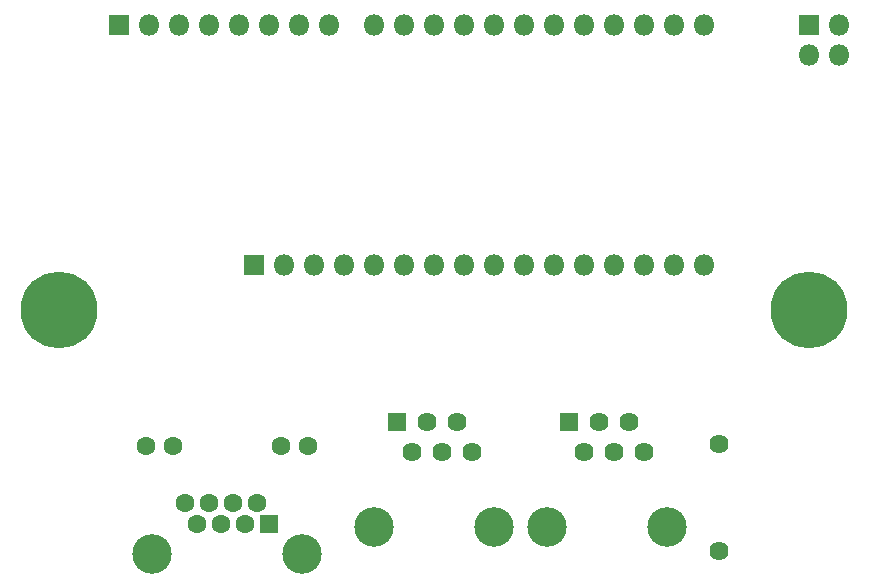
<source format=gbr>
%TF.GenerationSoftware,KiCad,Pcbnew,(5.1.6-0)*%
%TF.CreationDate,2021-08-24T02:08:12-07:00*%
%TF.ProjectId,mate-net-monitor,6d617465-2d6e-4657-942d-6d6f6e69746f,P1*%
%TF.SameCoordinates,PX6b4f310PY74ffa90*%
%TF.FileFunction,Soldermask,Bot*%
%TF.FilePolarity,Negative*%
%FSLAX46Y46*%
G04 Gerber Fmt 4.6, Leading zero omitted, Abs format (unit mm)*
G04 Created by KiCad (PCBNEW (5.1.6-0)) date 2021-08-24 02:08:12*
%MOMM*%
%LPD*%
G01*
G04 APERTURE LIST*
%ADD10C,0.100000*%
%ADD11C,6.500000*%
%ADD12C,0.900000*%
%ADD13R,1.800000X1.800000*%
%ADD14O,1.800000X1.800000*%
%ADD15C,1.624000*%
%ADD16R,1.600000X1.600000*%
%ADD17C,1.600000*%
%ADD18C,3.350000*%
%ADD19C,1.620000*%
%ADD20R,1.620000X1.620000*%
G04 APERTURE END LIST*
D10*
%TO.C,H3*%
G36*
X5590444Y28961940D02*
G01*
X5601425Y28961403D01*
X5612424Y28961403D01*
X5614866Y28961343D01*
X5834428Y28950605D01*
X5834428Y28950597D01*
X5834789Y28950587D01*
X5841752Y28950197D01*
X5844528Y28949964D01*
X5865010Y28947667D01*
X5885485Y28945659D01*
X5887909Y28945362D01*
X6105373Y28913249D01*
X6105718Y28913196D01*
X6112617Y28912128D01*
X6115364Y28911624D01*
X6135493Y28907345D01*
X6155698Y28903345D01*
X6158083Y28902812D01*
X6371374Y28849633D01*
X6371352Y28849545D01*
X6371697Y28849453D01*
X6371721Y28849545D01*
X6378476Y28847811D01*
X6381164Y28847040D01*
X6400770Y28840820D01*
X6420499Y28834864D01*
X6422821Y28834101D01*
X6629901Y28760363D01*
X6629892Y28760338D01*
X6630242Y28760222D01*
X6630248Y28760238D01*
X6636799Y28757853D01*
X6639392Y28756826D01*
X6658285Y28748728D01*
X6677352Y28740869D01*
X6679587Y28739883D01*
X6878473Y28646294D01*
X6878450Y28646245D01*
X6878799Y28646082D01*
X6878822Y28646129D01*
X6885099Y28643122D01*
X6887584Y28641845D01*
X6905632Y28631923D01*
X6923807Y28622259D01*
X6925934Y28621060D01*
X7114746Y28508506D01*
X7114718Y28508459D01*
X7115030Y28508263D01*
X7115062Y28508316D01*
X7121022Y28504707D01*
X7123371Y28503193D01*
X7140375Y28491550D01*
X7157510Y28480166D01*
X7159512Y28478765D01*
X7336447Y28348317D01*
X7336728Y28348108D01*
X7342318Y28343926D01*
X7344505Y28342193D01*
X7360319Y28328924D01*
X7376234Y28315943D01*
X7378088Y28314354D01*
X7541437Y28167274D01*
X7541404Y28167237D01*
X7541680Y28166984D01*
X7541715Y28167022D01*
X7546859Y28162326D01*
X7548873Y28160381D01*
X7563292Y28145656D01*
X7577885Y28131165D01*
X7579577Y28129401D01*
X7727805Y27967071D01*
X7728044Y27966808D01*
X7732715Y27961619D01*
X7734519Y27959498D01*
X7747418Y27943456D01*
X7760546Y27927586D01*
X7762057Y27925667D01*
X7893699Y27749698D01*
X7893708Y27749686D01*
X7893954Y27749355D01*
X7898089Y27743746D01*
X7899680Y27741457D01*
X7910950Y27724235D01*
X7922471Y27707154D01*
X7923786Y27705097D01*
X8037657Y27517072D01*
X8037583Y27517027D01*
X8037760Y27516721D01*
X8037840Y27516769D01*
X8041415Y27510772D01*
X8042778Y27508333D01*
X8052319Y27490083D01*
X8062107Y27471980D01*
X8063217Y27469802D01*
X8158196Y27271564D01*
X8157950Y27271446D01*
X8158111Y27271117D01*
X8158354Y27271231D01*
X8161321Y27264926D01*
X8162439Y27262367D01*
X8170147Y27243289D01*
X8178131Y27224296D01*
X8179023Y27222021D01*
X8254208Y27015454D01*
X8254328Y27015119D01*
X8256669Y27008542D01*
X8257529Y27005895D01*
X8263338Y26986160D01*
X8269432Y26966472D01*
X8270097Y26964122D01*
X8324765Y26751204D01*
X8324852Y26750860D01*
X8326540Y26744086D01*
X8327138Y26741366D01*
X8330989Y26721181D01*
X8335137Y26700971D01*
X8335569Y26698567D01*
X8369199Y26481331D01*
X8369252Y26480987D01*
X8370272Y26474080D01*
X8370602Y26471307D01*
X8372468Y26450801D01*
X8374620Y26430326D01*
X8374816Y26427891D01*
X8387086Y26208430D01*
X8387026Y26208427D01*
X8387046Y26208035D01*
X8387106Y26208038D01*
X8387446Y26201089D01*
X8387505Y26198297D01*
X8387361Y26177739D01*
X8387505Y26157119D01*
X8387462Y26154677D01*
X8378258Y25935066D01*
X8378225Y25935067D01*
X8378210Y25934665D01*
X8378240Y25934664D01*
X8377900Y25927721D01*
X8377686Y25924940D01*
X8375538Y25904508D01*
X8373668Y25883957D01*
X8373387Y25881530D01*
X8342793Y25663846D01*
X8342744Y25663500D01*
X8341724Y25656593D01*
X8341239Y25653843D01*
X8337089Y25633628D01*
X8333240Y25613451D01*
X8332724Y25611064D01*
X8281038Y25397420D01*
X8280991Y25397431D01*
X8280900Y25397061D01*
X8280947Y25397049D01*
X8279262Y25390291D01*
X8278511Y25387601D01*
X8272433Y25367967D01*
X8266611Y25348184D01*
X8265864Y25345857D01*
X8193572Y25138261D01*
X8193456Y25137931D01*
X8191114Y25131354D01*
X8190104Y25128752D01*
X8182153Y25109836D01*
X8174411Y25090676D01*
X8173441Y25088435D01*
X8081240Y24888894D01*
X8081181Y24888921D01*
X8081004Y24888611D01*
X8081089Y24888571D01*
X8078117Y24882254D01*
X8076856Y24879758D01*
X8067052Y24861626D01*
X8057525Y24843403D01*
X8056341Y24841266D01*
X7945113Y24651681D01*
X7945090Y24651695D01*
X7944887Y24651357D01*
X7944911Y24651342D01*
X7941349Y24645367D01*
X7939854Y24643011D01*
X7928371Y24625985D01*
X7917065Y24608710D01*
X7915679Y24606701D01*
X7786469Y24428859D01*
X7786262Y24428576D01*
X7782119Y24422957D01*
X7780401Y24420758D01*
X7767279Y24404895D01*
X7754377Y24388849D01*
X7752800Y24386983D01*
X7606858Y24222604D01*
X7606767Y24222685D01*
X7606525Y24222406D01*
X7606612Y24222328D01*
X7601952Y24217152D01*
X7600025Y24215129D01*
X7585386Y24200592D01*
X7571005Y24185907D01*
X7569255Y24184204D01*
X7407974Y24034857D01*
X7407940Y24034894D01*
X7407661Y24034639D01*
X7407695Y24034601D01*
X7402551Y24029904D01*
X7400437Y24028080D01*
X7384497Y24015080D01*
X7368710Y24001833D01*
X7366801Y24000308D01*
X7191715Y23867411D01*
X7191644Y23867505D01*
X7191349Y23867278D01*
X7191417Y23867187D01*
X7185838Y23863013D01*
X7183556Y23861403D01*
X7166373Y23849986D01*
X7149416Y23838376D01*
X7147368Y23837046D01*
X6960144Y23721864D01*
X6960129Y23721888D01*
X6959814Y23721694D01*
X6959828Y23721671D01*
X6953864Y23718060D01*
X6951443Y23716685D01*
X6933318Y23707047D01*
X6915218Y23697097D01*
X6913050Y23695973D01*
X6715480Y23599612D01*
X6715396Y23599784D01*
X6715068Y23599617D01*
X6715147Y23599451D01*
X6708862Y23596440D01*
X6706313Y23595305D01*
X6687291Y23587464D01*
X6668350Y23579347D01*
X6666083Y23578440D01*
X6460046Y23501816D01*
X6459720Y23501696D01*
X6453160Y23499308D01*
X6450510Y23498426D01*
X6430797Y23492474D01*
X6411173Y23486249D01*
X6408827Y23485568D01*
X6196296Y23429415D01*
X6195957Y23429327D01*
X6189195Y23427591D01*
X6186474Y23426972D01*
X6166226Y23422963D01*
X6146137Y23418693D01*
X6143736Y23418243D01*
X5926740Y23383097D01*
X5926395Y23383043D01*
X5919496Y23381975D01*
X5916726Y23381625D01*
X5896228Y23379615D01*
X5875775Y23377321D01*
X5873341Y23377108D01*
X5653967Y23363306D01*
X5653962Y23363380D01*
X5653579Y23363358D01*
X5653583Y23363283D01*
X5646635Y23362894D01*
X5643840Y23362816D01*
X5623246Y23362816D01*
X5602662Y23362529D01*
X5600220Y23362554D01*
X5380550Y23370225D01*
X5380551Y23370267D01*
X5380162Y23370283D01*
X5380160Y23370241D01*
X5373209Y23370532D01*
X5370421Y23370727D01*
X5350016Y23372728D01*
X5329413Y23374458D01*
X5326984Y23374722D01*
X5109093Y23403795D01*
X5109121Y23404004D01*
X5108768Y23404039D01*
X5108741Y23403844D01*
X5101832Y23404815D01*
X5099081Y23405280D01*
X5078876Y23409280D01*
X5058629Y23412997D01*
X5056240Y23413496D01*
X4842231Y23463691D01*
X4842233Y23463701D01*
X4841878Y23463789D01*
X4841875Y23463776D01*
X4835102Y23465414D01*
X4832403Y23466147D01*
X4812650Y23472111D01*
X4792901Y23477774D01*
X4790570Y23478504D01*
X4582486Y23549341D01*
X4582487Y23549344D01*
X4582125Y23549469D01*
X4582124Y23549466D01*
X4575545Y23551758D01*
X4572941Y23552747D01*
X4553890Y23560599D01*
X4534761Y23568173D01*
X4532513Y23569127D01*
X4332330Y23659934D01*
X4332386Y23660057D01*
X4332055Y23660210D01*
X4331998Y23660086D01*
X4325671Y23663009D01*
X4323167Y23664252D01*
X4305032Y23673894D01*
X4286675Y23683329D01*
X4284530Y23684499D01*
X4094157Y23794411D01*
X4093853Y23794588D01*
X4087832Y23798121D01*
X4085466Y23799599D01*
X4068353Y23810969D01*
X4051011Y23822145D01*
X4048990Y23823519D01*
X3870250Y23951484D01*
X3869964Y23951690D01*
X3864316Y23955794D01*
X3862107Y23957496D01*
X3846198Y23970471D01*
X3830015Y23983297D01*
X3828137Y23984861D01*
X3662749Y24129649D01*
X3662847Y24129761D01*
X3662560Y24130007D01*
X3662465Y24129900D01*
X3657257Y24134524D01*
X3655222Y24136435D01*
X3640652Y24150903D01*
X3625801Y24165245D01*
X3624085Y24166985D01*
X3473616Y24327219D01*
X3473623Y24327225D01*
X3473358Y24327502D01*
X3473355Y24327499D01*
X3468623Y24332610D01*
X3466787Y24334707D01*
X3453651Y24350585D01*
X3440318Y24366252D01*
X3438781Y24368150D01*
X3304656Y24542313D01*
X3304443Y24542590D01*
X3300222Y24548151D01*
X3298597Y24550422D01*
X3287097Y24567472D01*
X3275332Y24584400D01*
X3273988Y24586439D01*
X3157508Y24772847D01*
X3157574Y24772888D01*
X3157368Y24773214D01*
X3157304Y24773175D01*
X3153657Y24779103D01*
X3152261Y24781522D01*
X3142495Y24799583D01*
X3132423Y24817606D01*
X3131283Y24819767D01*
X3033542Y25016666D01*
X3033387Y25016982D01*
X3030327Y25023257D01*
X3029175Y25025796D01*
X3021195Y25044778D01*
X3012953Y25063644D01*
X3012030Y25065906D01*
X2933969Y25271403D01*
X2933844Y25271734D01*
X2931411Y25278278D01*
X2930513Y25280918D01*
X2924447Y25300515D01*
X2918062Y25320166D01*
X2917364Y25322507D01*
X2859728Y25534640D01*
X2859637Y25534981D01*
X2857854Y25541731D01*
X2857217Y25544447D01*
X2853070Y25564652D01*
X2848656Y25584726D01*
X2848189Y25587125D01*
X2811532Y25803857D01*
X2811588Y25803866D01*
X2811535Y25804232D01*
X2811472Y25804222D01*
X2810357Y25811106D01*
X2809988Y25813875D01*
X2807842Y25834296D01*
X2805398Y25854789D01*
X2805168Y25857222D01*
X2789833Y26076512D01*
X2789810Y26076863D01*
X2789372Y26083830D01*
X2789274Y26086616D01*
X2789129Y26107238D01*
X2788772Y26124320D01*
X2788729Y26126407D01*
X3889030Y26126407D01*
X3900611Y25960790D01*
X3928298Y25797095D01*
X3971830Y25636872D01*
X4030783Y25481676D01*
X4104611Y25332950D01*
X4192584Y25192164D01*
X4293890Y25060617D01*
X4407537Y24939597D01*
X4532459Y24830235D01*
X4667454Y24733589D01*
X4811236Y24650576D01*
X4962436Y24581989D01*
X5119597Y24528487D01*
X5281226Y24490577D01*
X5445807Y24468617D01*
X5611734Y24462822D01*
X5777415Y24473246D01*
X5941313Y24499793D01*
X6101835Y24542204D01*
X6257433Y24600070D01*
X6406673Y24672859D01*
X6548075Y24759851D01*
X6680316Y24860227D01*
X6802135Y24973032D01*
X6912362Y25097185D01*
X7009947Y25231499D01*
X7093966Y25374707D01*
X7163603Y25525414D01*
X7218204Y25682210D01*
X7257243Y25843575D01*
X7280349Y26007987D01*
X7287302Y26173862D01*
X7278033Y26339632D01*
X7252635Y26503692D01*
X7211345Y26664511D01*
X7154563Y26820517D01*
X7082819Y26970257D01*
X6996824Y27112253D01*
X6897368Y27245200D01*
X6785407Y27367813D01*
X6662042Y27478890D01*
X6528394Y27577423D01*
X6385793Y27662431D01*
X6235579Y27733116D01*
X6079160Y27788815D01*
X5918073Y27828978D01*
X5753818Y27853234D01*
X5578397Y27861813D01*
X5550144Y27861418D01*
X5375014Y27847943D01*
X5211513Y27819113D01*
X5051609Y27774467D01*
X4896814Y27714426D01*
X4748622Y27639569D01*
X4608447Y27550611D01*
X4477612Y27448392D01*
X4357383Y27333899D01*
X4248903Y27208223D01*
X4153198Y27072553D01*
X4071189Y26928191D01*
X4003666Y26776533D01*
X3951256Y26618985D01*
X3914474Y26457087D01*
X3893666Y26292374D01*
X3889030Y26126407D01*
X2788729Y26126407D01*
X2788699Y26127791D01*
X2788707Y26130237D01*
X2794845Y26349975D01*
X2794857Y26350327D01*
X2795101Y26357304D01*
X2795276Y26360088D01*
X2797138Y26380544D01*
X2798721Y26401122D01*
X2798968Y26403553D01*
X2826518Y26621627D01*
X2826538Y26621624D01*
X2826579Y26621999D01*
X2826566Y26622001D01*
X2827488Y26628910D01*
X2827935Y26631666D01*
X2831793Y26651888D01*
X2835368Y26672163D01*
X2835850Y26674557D01*
X2884551Y26888920D01*
X2884630Y26889261D01*
X2886224Y26896057D01*
X2886937Y26898755D01*
X2892742Y26918478D01*
X2898288Y26938342D01*
X2899002Y26940678D01*
X2968386Y27149252D01*
X2968537Y27149202D01*
X2968655Y27149554D01*
X2968506Y27149605D01*
X2970750Y27156198D01*
X2971724Y27158818D01*
X2979421Y27177868D01*
X2986883Y27197106D01*
X2987822Y27199361D01*
X3077228Y27400169D01*
X3077235Y27400166D01*
X3077382Y27400511D01*
X3077381Y27400511D01*
X3080261Y27406859D01*
X3081483Y27409365D01*
X3091015Y27427600D01*
X3100305Y27445989D01*
X3101459Y27448141D01*
X3210039Y27639277D01*
X3210214Y27639582D01*
X3213705Y27645628D01*
X3215166Y27648004D01*
X3226451Y27665249D01*
X3237474Y27682619D01*
X3238833Y27684649D01*
X3365547Y27864277D01*
X3365750Y27864563D01*
X3369814Y27870239D01*
X3371501Y27872461D01*
X3384392Y27888495D01*
X3397078Y27904731D01*
X3398628Y27906618D01*
X3542251Y28073008D01*
X3542291Y28072974D01*
X3542552Y28073275D01*
X3542513Y28073309D01*
X3547090Y28078538D01*
X3548989Y28080589D01*
X3563406Y28095312D01*
X3577596Y28110212D01*
X3579323Y28111940D01*
X3738514Y28263535D01*
X3738767Y28263774D01*
X3743856Y28268553D01*
X3745945Y28270407D01*
X3761706Y28283632D01*
X3777302Y28297094D01*
X3779190Y28298644D01*
X3952412Y28433981D01*
X3952693Y28434200D01*
X3958225Y28438459D01*
X3960478Y28440095D01*
X3977398Y28451681D01*
X3994292Y28463598D01*
X3996322Y28464956D01*
X4181927Y28582744D01*
X4182063Y28582529D01*
X4182349Y28582747D01*
X4182231Y28582936D01*
X4188143Y28586630D01*
X4190549Y28588042D01*
X4208586Y28597958D01*
X4226497Y28608133D01*
X4228650Y28609287D01*
X4424862Y28708400D01*
X4425174Y28708557D01*
X4431427Y28711661D01*
X4433963Y28712832D01*
X4452863Y28720932D01*
X4471693Y28729316D01*
X4473949Y28730255D01*
X4678896Y28809749D01*
X4679222Y28809874D01*
X4685748Y28812353D01*
X4688385Y28813272D01*
X4708040Y28819507D01*
X4727548Y28825996D01*
X4729884Y28826710D01*
X4941591Y28885820D01*
X4941602Y28885782D01*
X4941982Y28885885D01*
X4941971Y28885925D01*
X4948686Y28887749D01*
X4951398Y28888404D01*
X4971473Y28892671D01*
X4991614Y28897247D01*
X4994010Y28897730D01*
X5210494Y28935902D01*
X5210840Y28935962D01*
X5217724Y28937126D01*
X5220486Y28937514D01*
X5240909Y28939805D01*
X5261375Y28942390D01*
X5263804Y28942637D01*
X5482980Y28959502D01*
X5483328Y28959527D01*
X5490292Y28960014D01*
X5493080Y28960131D01*
X5504085Y28960285D01*
X5515059Y28960975D01*
X5517499Y28961069D01*
X5580323Y28961946D01*
X5580670Y28961950D01*
X5587651Y28961999D01*
X5590444Y28961940D01*
G37*
D11*
X5588000Y26162000D03*
D12*
X7178000Y27752000D03*
X5588000Y28412000D03*
X3998000Y27752000D03*
X3338000Y26162000D03*
X3998000Y24572000D03*
X5588000Y23912000D03*
X7178000Y24572000D03*
X7838000Y26162000D03*
%TD*%
D10*
%TO.C,H4*%
G36*
X69090444Y28961940D02*
G01*
X69101425Y28961403D01*
X69112424Y28961403D01*
X69114866Y28961343D01*
X69334428Y28950605D01*
X69334428Y28950597D01*
X69334789Y28950587D01*
X69341752Y28950197D01*
X69344528Y28949964D01*
X69365010Y28947667D01*
X69385485Y28945659D01*
X69387909Y28945362D01*
X69605373Y28913249D01*
X69605718Y28913196D01*
X69612617Y28912128D01*
X69615364Y28911624D01*
X69635493Y28907345D01*
X69655698Y28903345D01*
X69658083Y28902812D01*
X69871374Y28849633D01*
X69871352Y28849545D01*
X69871697Y28849453D01*
X69871721Y28849545D01*
X69878476Y28847811D01*
X69881164Y28847040D01*
X69900770Y28840820D01*
X69920499Y28834864D01*
X69922821Y28834101D01*
X70129901Y28760363D01*
X70129892Y28760338D01*
X70130242Y28760222D01*
X70130248Y28760238D01*
X70136799Y28757853D01*
X70139392Y28756826D01*
X70158285Y28748728D01*
X70177352Y28740869D01*
X70179587Y28739883D01*
X70378473Y28646294D01*
X70378450Y28646245D01*
X70378799Y28646082D01*
X70378822Y28646129D01*
X70385099Y28643122D01*
X70387584Y28641845D01*
X70405632Y28631923D01*
X70423807Y28622259D01*
X70425934Y28621060D01*
X70614746Y28508506D01*
X70614718Y28508459D01*
X70615030Y28508263D01*
X70615062Y28508316D01*
X70621022Y28504707D01*
X70623371Y28503193D01*
X70640375Y28491550D01*
X70657510Y28480166D01*
X70659512Y28478765D01*
X70836447Y28348317D01*
X70836728Y28348108D01*
X70842318Y28343926D01*
X70844505Y28342193D01*
X70860319Y28328924D01*
X70876234Y28315943D01*
X70878088Y28314354D01*
X71041437Y28167274D01*
X71041404Y28167237D01*
X71041680Y28166984D01*
X71041715Y28167022D01*
X71046859Y28162326D01*
X71048873Y28160381D01*
X71063292Y28145656D01*
X71077885Y28131165D01*
X71079577Y28129401D01*
X71227805Y27967071D01*
X71228044Y27966808D01*
X71232715Y27961619D01*
X71234519Y27959498D01*
X71247418Y27943456D01*
X71260546Y27927586D01*
X71262057Y27925667D01*
X71393699Y27749698D01*
X71393708Y27749686D01*
X71393954Y27749355D01*
X71398089Y27743746D01*
X71399680Y27741457D01*
X71410950Y27724235D01*
X71422471Y27707154D01*
X71423786Y27705097D01*
X71537657Y27517072D01*
X71537583Y27517027D01*
X71537760Y27516721D01*
X71537840Y27516769D01*
X71541415Y27510772D01*
X71542778Y27508333D01*
X71552319Y27490083D01*
X71562107Y27471980D01*
X71563217Y27469802D01*
X71658196Y27271564D01*
X71657950Y27271446D01*
X71658111Y27271117D01*
X71658354Y27271231D01*
X71661321Y27264926D01*
X71662439Y27262367D01*
X71670147Y27243289D01*
X71678131Y27224296D01*
X71679023Y27222021D01*
X71754208Y27015454D01*
X71754328Y27015119D01*
X71756669Y27008542D01*
X71757529Y27005895D01*
X71763338Y26986160D01*
X71769432Y26966472D01*
X71770097Y26964122D01*
X71824765Y26751204D01*
X71824852Y26750860D01*
X71826540Y26744086D01*
X71827138Y26741366D01*
X71830989Y26721181D01*
X71835137Y26700971D01*
X71835569Y26698567D01*
X71869199Y26481331D01*
X71869252Y26480987D01*
X71870272Y26474080D01*
X71870602Y26471307D01*
X71872468Y26450801D01*
X71874620Y26430326D01*
X71874816Y26427891D01*
X71887086Y26208430D01*
X71887026Y26208427D01*
X71887046Y26208035D01*
X71887106Y26208038D01*
X71887446Y26201089D01*
X71887505Y26198297D01*
X71887361Y26177739D01*
X71887505Y26157119D01*
X71887462Y26154677D01*
X71878258Y25935066D01*
X71878225Y25935067D01*
X71878210Y25934665D01*
X71878240Y25934664D01*
X71877900Y25927721D01*
X71877686Y25924940D01*
X71875538Y25904508D01*
X71873668Y25883957D01*
X71873387Y25881530D01*
X71842793Y25663846D01*
X71842744Y25663500D01*
X71841724Y25656593D01*
X71841239Y25653843D01*
X71837089Y25633628D01*
X71833240Y25613451D01*
X71832724Y25611064D01*
X71781038Y25397420D01*
X71780991Y25397431D01*
X71780900Y25397061D01*
X71780947Y25397049D01*
X71779262Y25390291D01*
X71778511Y25387601D01*
X71772433Y25367967D01*
X71766611Y25348184D01*
X71765864Y25345857D01*
X71693572Y25138261D01*
X71693456Y25137931D01*
X71691114Y25131354D01*
X71690104Y25128752D01*
X71682153Y25109836D01*
X71674411Y25090676D01*
X71673441Y25088435D01*
X71581240Y24888894D01*
X71581181Y24888921D01*
X71581004Y24888611D01*
X71581089Y24888571D01*
X71578117Y24882254D01*
X71576856Y24879758D01*
X71567052Y24861626D01*
X71557525Y24843403D01*
X71556341Y24841266D01*
X71445113Y24651681D01*
X71445090Y24651695D01*
X71444887Y24651357D01*
X71444911Y24651342D01*
X71441349Y24645367D01*
X71439854Y24643011D01*
X71428371Y24625985D01*
X71417065Y24608710D01*
X71415679Y24606701D01*
X71286469Y24428859D01*
X71286262Y24428576D01*
X71282119Y24422957D01*
X71280401Y24420758D01*
X71267279Y24404895D01*
X71254377Y24388849D01*
X71252800Y24386983D01*
X71106858Y24222604D01*
X71106767Y24222685D01*
X71106525Y24222406D01*
X71106612Y24222328D01*
X71101952Y24217152D01*
X71100025Y24215129D01*
X71085386Y24200592D01*
X71071005Y24185907D01*
X71069255Y24184204D01*
X70907974Y24034857D01*
X70907940Y24034894D01*
X70907661Y24034639D01*
X70907695Y24034601D01*
X70902551Y24029904D01*
X70900437Y24028080D01*
X70884497Y24015080D01*
X70868710Y24001833D01*
X70866801Y24000308D01*
X70691715Y23867411D01*
X70691644Y23867505D01*
X70691349Y23867278D01*
X70691417Y23867187D01*
X70685838Y23863013D01*
X70683556Y23861403D01*
X70666373Y23849986D01*
X70649416Y23838376D01*
X70647368Y23837046D01*
X70460144Y23721864D01*
X70460129Y23721888D01*
X70459814Y23721694D01*
X70459828Y23721671D01*
X70453864Y23718060D01*
X70451443Y23716685D01*
X70433318Y23707047D01*
X70415218Y23697097D01*
X70413050Y23695973D01*
X70215480Y23599612D01*
X70215396Y23599784D01*
X70215068Y23599617D01*
X70215147Y23599451D01*
X70208862Y23596440D01*
X70206313Y23595305D01*
X70187291Y23587464D01*
X70168350Y23579347D01*
X70166083Y23578440D01*
X69960046Y23501816D01*
X69959720Y23501696D01*
X69953160Y23499308D01*
X69950510Y23498426D01*
X69930797Y23492474D01*
X69911173Y23486249D01*
X69908827Y23485568D01*
X69696296Y23429415D01*
X69695957Y23429327D01*
X69689195Y23427591D01*
X69686474Y23426972D01*
X69666226Y23422963D01*
X69646137Y23418693D01*
X69643736Y23418243D01*
X69426740Y23383097D01*
X69426395Y23383043D01*
X69419496Y23381975D01*
X69416726Y23381625D01*
X69396228Y23379615D01*
X69375775Y23377321D01*
X69373341Y23377108D01*
X69153967Y23363306D01*
X69153962Y23363380D01*
X69153579Y23363358D01*
X69153583Y23363283D01*
X69146635Y23362894D01*
X69143840Y23362816D01*
X69123246Y23362816D01*
X69102662Y23362529D01*
X69100220Y23362554D01*
X68880550Y23370225D01*
X68880551Y23370267D01*
X68880162Y23370283D01*
X68880160Y23370241D01*
X68873209Y23370532D01*
X68870421Y23370727D01*
X68850016Y23372728D01*
X68829413Y23374458D01*
X68826984Y23374722D01*
X68609093Y23403795D01*
X68609121Y23404004D01*
X68608768Y23404039D01*
X68608741Y23403844D01*
X68601832Y23404815D01*
X68599081Y23405280D01*
X68578876Y23409280D01*
X68558629Y23412997D01*
X68556240Y23413496D01*
X68342231Y23463691D01*
X68342233Y23463701D01*
X68341878Y23463789D01*
X68341875Y23463776D01*
X68335102Y23465414D01*
X68332403Y23466147D01*
X68312650Y23472111D01*
X68292901Y23477774D01*
X68290570Y23478504D01*
X68082486Y23549341D01*
X68082487Y23549344D01*
X68082125Y23549469D01*
X68082124Y23549466D01*
X68075545Y23551758D01*
X68072941Y23552747D01*
X68053890Y23560599D01*
X68034761Y23568173D01*
X68032513Y23569127D01*
X67832330Y23659934D01*
X67832386Y23660057D01*
X67832055Y23660210D01*
X67831998Y23660086D01*
X67825671Y23663009D01*
X67823167Y23664252D01*
X67805032Y23673894D01*
X67786675Y23683329D01*
X67784530Y23684499D01*
X67594157Y23794411D01*
X67593853Y23794588D01*
X67587832Y23798121D01*
X67585466Y23799599D01*
X67568353Y23810969D01*
X67551011Y23822145D01*
X67548990Y23823519D01*
X67370250Y23951484D01*
X67369964Y23951690D01*
X67364316Y23955794D01*
X67362107Y23957496D01*
X67346198Y23970471D01*
X67330015Y23983297D01*
X67328137Y23984861D01*
X67162749Y24129649D01*
X67162847Y24129761D01*
X67162560Y24130007D01*
X67162465Y24129900D01*
X67157257Y24134524D01*
X67155222Y24136435D01*
X67140652Y24150903D01*
X67125801Y24165245D01*
X67124085Y24166985D01*
X66973616Y24327219D01*
X66973623Y24327225D01*
X66973358Y24327502D01*
X66973355Y24327499D01*
X66968623Y24332610D01*
X66966787Y24334707D01*
X66953651Y24350585D01*
X66940318Y24366252D01*
X66938781Y24368150D01*
X66804656Y24542313D01*
X66804443Y24542590D01*
X66800222Y24548151D01*
X66798597Y24550422D01*
X66787097Y24567472D01*
X66775332Y24584400D01*
X66773988Y24586439D01*
X66657508Y24772847D01*
X66657574Y24772888D01*
X66657368Y24773214D01*
X66657304Y24773175D01*
X66653657Y24779103D01*
X66652261Y24781522D01*
X66642495Y24799583D01*
X66632423Y24817606D01*
X66631283Y24819767D01*
X66533542Y25016666D01*
X66533387Y25016982D01*
X66530327Y25023257D01*
X66529175Y25025796D01*
X66521195Y25044778D01*
X66512953Y25063644D01*
X66512030Y25065906D01*
X66433969Y25271403D01*
X66433844Y25271734D01*
X66431411Y25278278D01*
X66430513Y25280918D01*
X66424447Y25300515D01*
X66418062Y25320166D01*
X66417364Y25322507D01*
X66359728Y25534640D01*
X66359637Y25534981D01*
X66357854Y25541731D01*
X66357217Y25544447D01*
X66353070Y25564652D01*
X66348656Y25584726D01*
X66348189Y25587125D01*
X66311532Y25803857D01*
X66311588Y25803866D01*
X66311535Y25804232D01*
X66311472Y25804222D01*
X66310357Y25811106D01*
X66309988Y25813875D01*
X66307842Y25834296D01*
X66305398Y25854789D01*
X66305168Y25857222D01*
X66289833Y26076512D01*
X66289810Y26076863D01*
X66289372Y26083830D01*
X66289274Y26086616D01*
X66289129Y26107238D01*
X66288772Y26124320D01*
X66288729Y26126407D01*
X67389030Y26126407D01*
X67400611Y25960790D01*
X67428298Y25797095D01*
X67471830Y25636872D01*
X67530783Y25481676D01*
X67604611Y25332950D01*
X67692584Y25192164D01*
X67793890Y25060617D01*
X67907537Y24939597D01*
X68032459Y24830235D01*
X68167454Y24733589D01*
X68311236Y24650576D01*
X68462436Y24581989D01*
X68619597Y24528487D01*
X68781226Y24490577D01*
X68945807Y24468617D01*
X69111734Y24462822D01*
X69277415Y24473246D01*
X69441313Y24499793D01*
X69601835Y24542204D01*
X69757433Y24600070D01*
X69906673Y24672859D01*
X70048075Y24759851D01*
X70180316Y24860227D01*
X70302135Y24973032D01*
X70412362Y25097185D01*
X70509947Y25231499D01*
X70593966Y25374707D01*
X70663603Y25525414D01*
X70718204Y25682210D01*
X70757243Y25843575D01*
X70780349Y26007987D01*
X70787302Y26173862D01*
X70778033Y26339632D01*
X70752635Y26503692D01*
X70711345Y26664511D01*
X70654563Y26820517D01*
X70582819Y26970257D01*
X70496824Y27112253D01*
X70397368Y27245200D01*
X70285407Y27367813D01*
X70162042Y27478890D01*
X70028394Y27577423D01*
X69885793Y27662431D01*
X69735579Y27733116D01*
X69579160Y27788815D01*
X69418073Y27828978D01*
X69253818Y27853234D01*
X69078397Y27861813D01*
X69050144Y27861418D01*
X68875014Y27847943D01*
X68711513Y27819113D01*
X68551609Y27774467D01*
X68396814Y27714426D01*
X68248622Y27639569D01*
X68108447Y27550611D01*
X67977612Y27448392D01*
X67857383Y27333899D01*
X67748903Y27208223D01*
X67653198Y27072553D01*
X67571189Y26928191D01*
X67503666Y26776533D01*
X67451256Y26618985D01*
X67414474Y26457087D01*
X67393666Y26292374D01*
X67389030Y26126407D01*
X66288729Y26126407D01*
X66288699Y26127791D01*
X66288707Y26130237D01*
X66294845Y26349975D01*
X66294857Y26350327D01*
X66295101Y26357304D01*
X66295276Y26360088D01*
X66297138Y26380544D01*
X66298721Y26401122D01*
X66298968Y26403553D01*
X66326518Y26621627D01*
X66326538Y26621624D01*
X66326579Y26621999D01*
X66326566Y26622001D01*
X66327488Y26628910D01*
X66327935Y26631666D01*
X66331793Y26651888D01*
X66335368Y26672163D01*
X66335850Y26674557D01*
X66384551Y26888920D01*
X66384630Y26889261D01*
X66386224Y26896057D01*
X66386937Y26898755D01*
X66392742Y26918478D01*
X66398288Y26938342D01*
X66399002Y26940678D01*
X66468386Y27149252D01*
X66468537Y27149202D01*
X66468655Y27149554D01*
X66468506Y27149605D01*
X66470750Y27156198D01*
X66471724Y27158818D01*
X66479421Y27177868D01*
X66486883Y27197106D01*
X66487822Y27199361D01*
X66577228Y27400169D01*
X66577235Y27400166D01*
X66577382Y27400511D01*
X66577381Y27400511D01*
X66580261Y27406859D01*
X66581483Y27409365D01*
X66591015Y27427600D01*
X66600305Y27445989D01*
X66601459Y27448141D01*
X66710039Y27639277D01*
X66710214Y27639582D01*
X66713705Y27645628D01*
X66715166Y27648004D01*
X66726451Y27665249D01*
X66737474Y27682619D01*
X66738833Y27684649D01*
X66865547Y27864277D01*
X66865750Y27864563D01*
X66869814Y27870239D01*
X66871501Y27872461D01*
X66884392Y27888495D01*
X66897078Y27904731D01*
X66898628Y27906618D01*
X67042251Y28073008D01*
X67042291Y28072974D01*
X67042552Y28073275D01*
X67042513Y28073309D01*
X67047090Y28078538D01*
X67048989Y28080589D01*
X67063406Y28095312D01*
X67077596Y28110212D01*
X67079323Y28111940D01*
X67238514Y28263535D01*
X67238767Y28263774D01*
X67243856Y28268553D01*
X67245945Y28270407D01*
X67261706Y28283632D01*
X67277302Y28297094D01*
X67279190Y28298644D01*
X67452412Y28433981D01*
X67452693Y28434200D01*
X67458225Y28438459D01*
X67460478Y28440095D01*
X67477398Y28451681D01*
X67494292Y28463598D01*
X67496322Y28464956D01*
X67681927Y28582744D01*
X67682063Y28582529D01*
X67682349Y28582747D01*
X67682231Y28582936D01*
X67688143Y28586630D01*
X67690549Y28588042D01*
X67708586Y28597958D01*
X67726497Y28608133D01*
X67728650Y28609287D01*
X67924862Y28708400D01*
X67925174Y28708557D01*
X67931427Y28711661D01*
X67933963Y28712832D01*
X67952863Y28720932D01*
X67971693Y28729316D01*
X67973949Y28730255D01*
X68178896Y28809749D01*
X68179222Y28809874D01*
X68185748Y28812353D01*
X68188385Y28813272D01*
X68208040Y28819507D01*
X68227548Y28825996D01*
X68229884Y28826710D01*
X68441591Y28885820D01*
X68441602Y28885782D01*
X68441982Y28885885D01*
X68441971Y28885925D01*
X68448686Y28887749D01*
X68451398Y28888404D01*
X68471473Y28892671D01*
X68491614Y28897247D01*
X68494010Y28897730D01*
X68710494Y28935902D01*
X68710840Y28935962D01*
X68717724Y28937126D01*
X68720486Y28937514D01*
X68740909Y28939805D01*
X68761375Y28942390D01*
X68763804Y28942637D01*
X68982980Y28959502D01*
X68983328Y28959527D01*
X68990292Y28960014D01*
X68993080Y28960131D01*
X69004085Y28960285D01*
X69015059Y28960975D01*
X69017499Y28961069D01*
X69080323Y28961946D01*
X69080670Y28961950D01*
X69087651Y28961999D01*
X69090444Y28961940D01*
G37*
D11*
X69088000Y26162000D03*
D12*
X70678000Y27752000D03*
X69088000Y28412000D03*
X67498000Y27752000D03*
X66838000Y26162000D03*
X67498000Y24572000D03*
X69088000Y23912000D03*
X70678000Y24572000D03*
X71338000Y26162000D03*
%TD*%
D13*
%TO.C,J4*%
X10668000Y50292000D03*
D14*
X13208000Y50292000D03*
X15748000Y50292000D03*
X18288000Y50292000D03*
X20828000Y50292000D03*
X23368000Y50292000D03*
X25908000Y50292000D03*
X28448000Y50292000D03*
%TD*%
D13*
%TO.C,A1*%
X22098000Y29972000D03*
D14*
X24638000Y29972000D03*
X27178000Y29972000D03*
X29718000Y29972000D03*
X32258000Y29972000D03*
X34798000Y29972000D03*
X37338000Y29972000D03*
X39878000Y29972000D03*
X42418000Y29972000D03*
X44958000Y29972000D03*
X47498000Y29972000D03*
X50038000Y29972000D03*
X52578000Y29972000D03*
X55118000Y29972000D03*
X57658000Y29972000D03*
X60198000Y29972000D03*
X37338000Y50292000D03*
X60198000Y50292000D03*
X57658000Y50292000D03*
X55118000Y50292000D03*
X52578000Y50292000D03*
X50038000Y50292000D03*
X47498000Y50292000D03*
X44958000Y50292000D03*
X42418000Y50292000D03*
X39878000Y50292000D03*
X34798000Y50292000D03*
X32258000Y50292000D03*
%TD*%
D15*
%TO.C,H2*%
X61468000Y14782800D03*
X61468000Y5715000D03*
%TD*%
D16*
%TO.C,J5*%
X23368000Y8001000D03*
D17*
X21336000Y8001000D03*
X19304000Y8001000D03*
X17272000Y8001000D03*
X22352000Y9781000D03*
X20320000Y9781000D03*
X18288000Y9781000D03*
X16256000Y9781000D03*
D18*
X26158000Y5461000D03*
X13458000Y5461000D03*
D17*
X26668000Y14601000D03*
X24378000Y14601000D03*
X15238000Y14601000D03*
X12948000Y14601000D03*
%TD*%
D13*
%TO.C,J3*%
X69088000Y50292000D03*
D14*
X69088000Y47752000D03*
X71628000Y50292000D03*
X71628000Y47752000D03*
%TD*%
D18*
%TO.C,J1*%
X42413000Y7747000D03*
D19*
X40513000Y14097000D03*
X39243000Y16637000D03*
X37973000Y14097000D03*
X36703000Y16637000D03*
X35433000Y14097000D03*
D18*
X32253000Y7747000D03*
D20*
X34163000Y16637000D03*
%TD*%
%TO.C,J2*%
X48768000Y16637000D03*
D18*
X46858000Y7747000D03*
D19*
X50038000Y14097000D03*
X51308000Y16637000D03*
X52578000Y14097000D03*
X53848000Y16637000D03*
X55118000Y14097000D03*
D18*
X57018000Y7747000D03*
%TD*%
M02*

</source>
